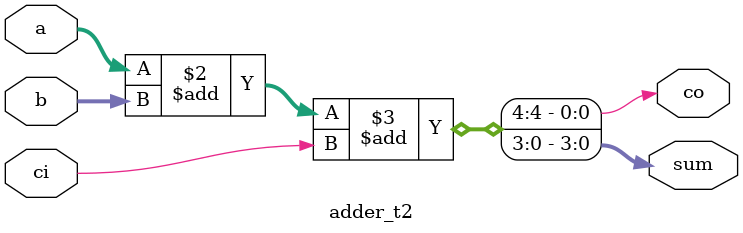
<source format=sv>
module adder_t2 (co, sum, a, b, ci);
output co;
output [3:0] sum;
input [3:0] a, b;
input ci;
reg co;
  
// In the adder_t2 example  (nonblocking assignments) that existed in the adder_t1 
//example (blockingassignments).If the a input changes at time 15, then if the
// a, b and ci inputs all change during the next 9ns, the outputs will be updated with the 
// latest values of a, b and ci. This modeling style permitted the ci input to
// propagate a value to the sum and carry outputs after only 3ns instead of the required 12ns //propagation delay.
  
reg [3:0] sum;
always @(a or b or ci)
#12 {co, sum} <= a + b + ci;
endmodule

</source>
